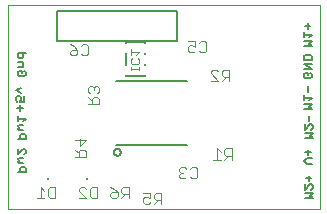
<source format=gbo>
G75*
%MOIN*%
%OFA0B0*%
%FSLAX24Y24*%
%IPPOS*%
%LPD*%
%AMOC8*
5,1,8,0,0,1.08239X$1,22.5*
%
%ADD10C,0.0000*%
%ADD11C,0.0050*%
%ADD12C,0.0060*%
%ADD13C,0.0030*%
%ADD14R,0.0098X0.0098*%
D10*
X000150Y000200D02*
X010550Y000200D01*
X010550Y007000D01*
X000150Y007000D01*
X000150Y000200D01*
D11*
X000475Y001425D02*
X000745Y001425D01*
X000745Y001560D01*
X000700Y001605D01*
X000610Y001605D01*
X000565Y001560D01*
X000565Y001425D01*
X000520Y001720D02*
X000475Y001765D01*
X000520Y001810D01*
X000475Y001855D01*
X000520Y001900D01*
X000655Y001900D01*
X000700Y002014D02*
X000745Y002059D01*
X000745Y002149D01*
X000700Y002194D01*
X000655Y002194D01*
X000475Y002014D01*
X000475Y002194D01*
X000475Y002525D02*
X000745Y002525D01*
X000745Y002660D01*
X000700Y002705D01*
X000610Y002705D01*
X000565Y002660D01*
X000565Y002525D01*
X000520Y002820D02*
X000475Y002865D01*
X000520Y002910D01*
X000475Y002955D01*
X000520Y003000D01*
X000655Y003000D01*
X000655Y003114D02*
X000745Y003204D01*
X000475Y003204D01*
X000475Y003114D02*
X000475Y003294D01*
X000560Y003475D02*
X000560Y003655D01*
X000650Y003565D02*
X000470Y003565D01*
X000470Y003770D02*
X000425Y003815D01*
X000425Y003905D01*
X000470Y003950D01*
X000560Y003950D01*
X000605Y003905D01*
X000605Y003860D01*
X000560Y003770D01*
X000695Y003770D01*
X000695Y003950D01*
X000605Y004064D02*
X000425Y004154D01*
X000605Y004244D01*
X000520Y004625D02*
X000475Y004670D01*
X000475Y004760D01*
X000520Y004805D01*
X000610Y004805D01*
X000610Y004715D01*
X000700Y004625D02*
X000520Y004625D01*
X000700Y004625D02*
X000745Y004670D01*
X000745Y004760D01*
X000700Y004805D01*
X000655Y004920D02*
X000475Y004920D01*
X000655Y004920D02*
X000655Y005055D01*
X000610Y005100D01*
X000475Y005100D01*
X000520Y005214D02*
X000610Y005214D01*
X000655Y005259D01*
X000655Y005394D01*
X000745Y005394D02*
X000475Y005394D01*
X000475Y005259D01*
X000520Y005214D01*
X001800Y005800D02*
X001800Y006800D01*
X005800Y006800D01*
X005800Y005800D01*
X001800Y005800D01*
X003760Y004463D02*
X006122Y004463D01*
X006122Y002337D02*
X003760Y002337D01*
X003681Y002093D02*
X003683Y002114D01*
X003689Y002134D01*
X003698Y002154D01*
X003710Y002171D01*
X003725Y002185D01*
X003743Y002197D01*
X003763Y002205D01*
X003783Y002210D01*
X003804Y002211D01*
X003825Y002208D01*
X003845Y002202D01*
X003864Y002191D01*
X003881Y002178D01*
X003894Y002162D01*
X003905Y002144D01*
X003913Y002124D01*
X003917Y002104D01*
X003917Y002082D01*
X003913Y002062D01*
X003905Y002042D01*
X003894Y002024D01*
X003881Y002008D01*
X003864Y001995D01*
X003845Y001984D01*
X003825Y001978D01*
X003804Y001975D01*
X003783Y001976D01*
X003763Y001981D01*
X003743Y001989D01*
X003725Y002001D01*
X003710Y002015D01*
X003698Y002032D01*
X003689Y002052D01*
X003683Y002072D01*
X003681Y002093D01*
X000655Y001720D02*
X000520Y001720D01*
X000520Y002820D02*
X000655Y002820D01*
D12*
X004081Y004640D02*
X004081Y004677D01*
X004081Y004640D02*
X004719Y004640D01*
X004719Y004677D01*
X004719Y004994D02*
X004719Y005032D01*
X004719Y005368D02*
X004719Y005406D01*
X004719Y005723D02*
X004719Y005760D01*
X004081Y005760D01*
X004081Y005723D01*
X004081Y005406D02*
X004081Y004994D01*
X010019Y005034D02*
X010280Y005034D01*
X010280Y005155D02*
X010280Y005285D01*
X010236Y005329D01*
X010063Y005329D01*
X010019Y005285D01*
X010019Y005155D01*
X010280Y005155D01*
X010019Y005034D02*
X010280Y004860D01*
X010019Y004860D01*
X010063Y004739D02*
X010149Y004739D01*
X010149Y004653D01*
X010063Y004739D02*
X010019Y004696D01*
X010019Y004609D01*
X010063Y004566D01*
X010236Y004566D01*
X010280Y004609D01*
X010280Y004696D01*
X010236Y004739D01*
X010145Y004284D02*
X010145Y004111D01*
X010015Y003989D02*
X010015Y003816D01*
X010015Y003903D02*
X010275Y003903D01*
X010189Y003816D01*
X010275Y003695D02*
X010015Y003695D01*
X010015Y003521D02*
X010275Y003521D01*
X010189Y003608D01*
X010275Y003695D01*
X010179Y003313D02*
X010179Y003139D01*
X010223Y003018D02*
X010266Y003018D01*
X010310Y002975D01*
X010310Y002888D01*
X010266Y002845D01*
X010310Y002724D02*
X010049Y002724D01*
X010049Y002845D02*
X010223Y003018D01*
X010049Y003018D02*
X010049Y002845D01*
X010223Y002637D02*
X010310Y002724D01*
X010223Y002637D02*
X010310Y002550D01*
X010049Y002550D01*
X010160Y002178D02*
X010160Y002005D01*
X010117Y001884D02*
X010290Y001884D01*
X010117Y001884D02*
X010030Y001797D01*
X010117Y001710D01*
X010290Y001710D01*
X010179Y001313D02*
X010179Y001139D01*
X010223Y001018D02*
X010266Y001018D01*
X010310Y000975D01*
X010310Y000888D01*
X010266Y000845D01*
X010310Y000724D02*
X010049Y000724D01*
X010049Y000845D02*
X010223Y001018D01*
X010049Y001018D02*
X010049Y000845D01*
X010223Y000637D02*
X010310Y000724D01*
X010223Y000637D02*
X010310Y000550D01*
X010049Y000550D01*
X010093Y001226D02*
X010266Y001226D01*
X010247Y002092D02*
X010073Y002092D01*
X010015Y005621D02*
X010275Y005621D01*
X010189Y005708D01*
X010275Y005795D01*
X010015Y005795D01*
X010015Y005916D02*
X010015Y006089D01*
X010015Y006003D02*
X010275Y006003D01*
X010189Y005916D01*
X010145Y006211D02*
X010145Y006384D01*
X010232Y006297D02*
X010058Y006297D01*
D13*
X007531Y004842D02*
X007346Y004842D01*
X007284Y004780D01*
X007284Y004657D01*
X007346Y004595D01*
X007531Y004595D01*
X007531Y004472D02*
X007531Y004842D01*
X007408Y004595D02*
X007284Y004472D01*
X007163Y004472D02*
X006916Y004719D01*
X006916Y004780D01*
X006978Y004842D01*
X007101Y004842D01*
X007163Y004780D01*
X007163Y004472D02*
X006916Y004472D01*
X006710Y005415D02*
X006586Y005415D01*
X006525Y005477D01*
X006403Y005477D02*
X006342Y005415D01*
X006218Y005415D01*
X006156Y005477D01*
X006156Y005600D01*
X006218Y005662D01*
X006280Y005662D01*
X006403Y005600D01*
X006403Y005785D01*
X006156Y005785D01*
X006525Y005724D02*
X006586Y005785D01*
X006710Y005785D01*
X006772Y005724D01*
X006772Y005477D01*
X006710Y005415D01*
X004535Y005417D02*
X004245Y005417D01*
X004245Y005320D02*
X004245Y005514D01*
X004438Y005320D02*
X004535Y005417D01*
X004487Y005219D02*
X004535Y005171D01*
X004535Y005074D01*
X004487Y005026D01*
X004293Y005026D01*
X004245Y005074D01*
X004245Y005171D01*
X004293Y005219D01*
X004245Y004926D02*
X004245Y004829D01*
X004245Y004878D02*
X004535Y004878D01*
X004535Y004926D02*
X004535Y004829D01*
X003195Y004235D02*
X003195Y004112D01*
X003133Y004050D01*
X003133Y003928D02*
X003010Y003928D01*
X002948Y003867D01*
X002948Y003682D01*
X002948Y003805D02*
X002824Y003928D01*
X002886Y004050D02*
X002824Y004112D01*
X002824Y004235D01*
X002886Y004297D01*
X002948Y004297D01*
X003010Y004235D01*
X003010Y004173D01*
X003010Y004235D02*
X003071Y004297D01*
X003133Y004297D01*
X003195Y004235D01*
X003133Y003928D02*
X003195Y003867D01*
X003195Y003682D01*
X002824Y003682D01*
X002573Y002544D02*
X002573Y002297D01*
X002759Y002483D01*
X002388Y002483D01*
X002388Y002176D02*
X002512Y002053D01*
X002512Y002114D02*
X002512Y001929D01*
X002388Y001929D02*
X002759Y001929D01*
X002759Y002114D01*
X002697Y002176D01*
X002573Y002176D01*
X002512Y002114D01*
X002582Y000935D02*
X002705Y000935D01*
X002767Y000874D01*
X002888Y000874D02*
X002950Y000935D01*
X003135Y000935D01*
X003135Y000565D01*
X002950Y000565D01*
X002888Y000627D01*
X002888Y000874D01*
X002582Y000935D02*
X002520Y000874D01*
X002520Y000812D01*
X002767Y000565D01*
X002520Y000565D01*
X001735Y000565D02*
X001550Y000565D01*
X001488Y000627D01*
X001488Y000874D01*
X001550Y000935D01*
X001735Y000935D01*
X001735Y000565D01*
X001367Y000565D02*
X001120Y000565D01*
X001243Y000565D02*
X001243Y000935D01*
X001367Y000812D01*
X003570Y000935D02*
X003693Y000874D01*
X003817Y000750D01*
X003632Y000750D01*
X003570Y000688D01*
X003570Y000627D01*
X003632Y000565D01*
X003755Y000565D01*
X003817Y000627D01*
X003817Y000750D01*
X003938Y000750D02*
X004000Y000688D01*
X004185Y000688D01*
X004185Y000565D02*
X004185Y000935D01*
X004000Y000935D01*
X003938Y000874D01*
X003938Y000750D01*
X004062Y000688D02*
X003938Y000565D01*
X004656Y000550D02*
X004656Y000427D01*
X004718Y000365D01*
X004842Y000365D01*
X004903Y000427D01*
X005025Y000365D02*
X005148Y000488D01*
X005086Y000488D02*
X005272Y000488D01*
X005272Y000365D02*
X005272Y000735D01*
X005086Y000735D01*
X005025Y000674D01*
X005025Y000550D01*
X005086Y000488D01*
X004903Y000550D02*
X004780Y000612D01*
X004718Y000612D01*
X004656Y000550D01*
X004903Y000550D02*
X004903Y000735D01*
X004656Y000735D01*
X005856Y001277D02*
X005918Y001215D01*
X006042Y001215D01*
X006103Y001277D01*
X006225Y001277D02*
X006286Y001215D01*
X006410Y001215D01*
X006472Y001277D01*
X006472Y001524D01*
X006410Y001585D01*
X006286Y001585D01*
X006225Y001524D01*
X006103Y001524D02*
X006042Y001585D01*
X005918Y001585D01*
X005856Y001524D01*
X005856Y001462D01*
X005918Y001400D01*
X005856Y001338D01*
X005856Y001277D01*
X005918Y001400D02*
X005980Y001400D01*
X007001Y001845D02*
X007248Y001845D01*
X007369Y001845D02*
X007493Y001968D01*
X007431Y001968D02*
X007616Y001968D01*
X007616Y001845D02*
X007616Y002215D01*
X007431Y002215D01*
X007369Y002154D01*
X007369Y002030D01*
X007431Y001968D01*
X007248Y002092D02*
X007124Y002215D01*
X007124Y001845D01*
X002835Y005377D02*
X002773Y005315D01*
X002650Y005315D01*
X002588Y005377D01*
X002467Y005377D02*
X002405Y005315D01*
X002282Y005315D01*
X002220Y005377D01*
X002220Y005438D01*
X002282Y005500D01*
X002467Y005500D01*
X002467Y005377D01*
X002467Y005500D02*
X002343Y005624D01*
X002220Y005685D01*
X002588Y005624D02*
X002650Y005685D01*
X002773Y005685D01*
X002835Y005624D01*
X002835Y005377D01*
D14*
X002801Y001200D03*
X001499Y001200D03*
M02*

</source>
